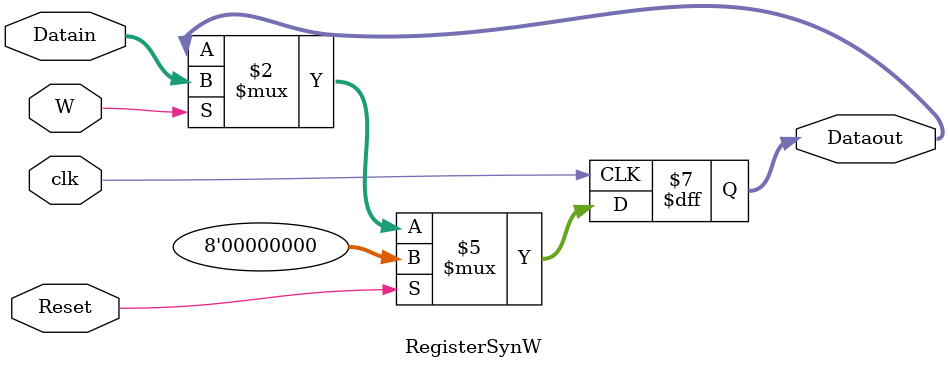
<source format=v>
module RegisterSynW (
    clk,
    Reset,
    W,
    Datain,
    Dataout
);
    input clk, Reset, W;
    input [7:0] Datain;
    output reg [7:0] Dataout;

    always @(posedge clk) begin
        if (Reset)
            Dataout <= 8'b0000_0000;
        else if (W)
            Dataout <= Datain;
    end
endmodule
</source>
